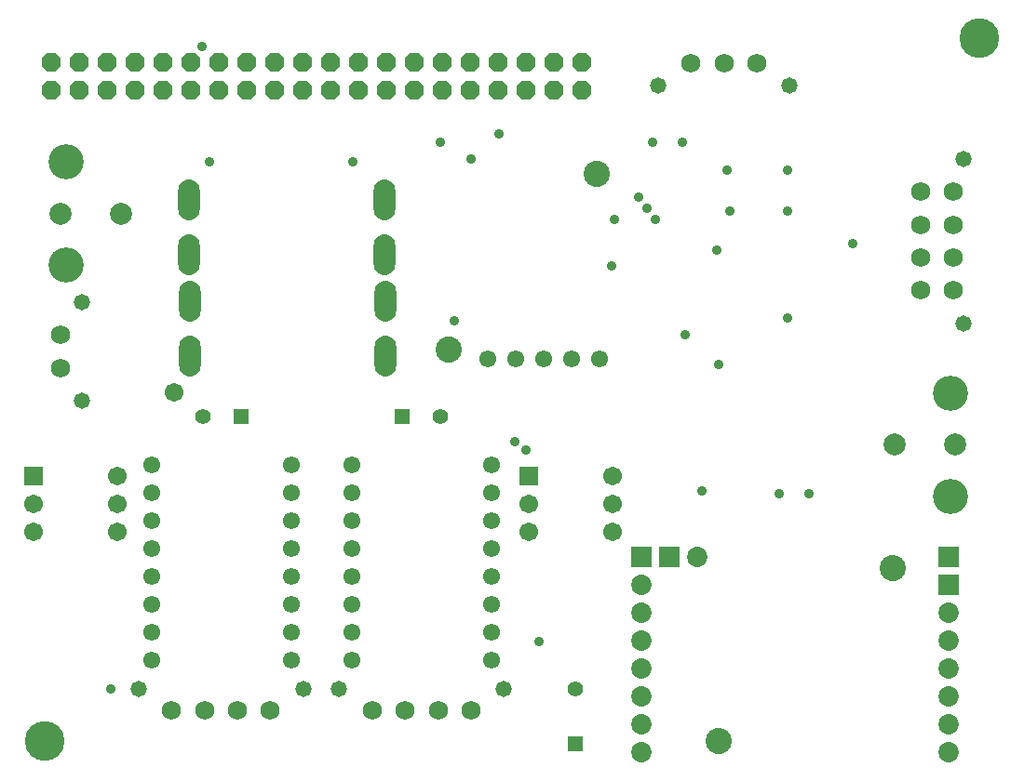
<source format=gbs>
G04 Layer_Color=16711935*
%FSLAX44Y44*%
%MOMM*%
G71*
G01*
G75*
%ADD63R,1.7032X1.7032*%
%ADD69C,3.6032*%
%ADD70C,1.7272*%
%ADD71C,1.4732*%
%ADD72C,1.7032*%
%ADD73C,1.4032*%
%ADD74R,1.4032X1.4032*%
%ADD75P,1.8695X8X202.5*%
%ADD76R,1.4032X1.4032*%
%ADD77C,2.3872*%
%ADD78C,1.8542*%
%ADD79R,1.8542X1.8542*%
%ADD80C,1.5531*%
%ADD81C,2.3876*%
%ADD82C,3.2032*%
%ADD83C,2.0032*%
%ADD84O,1.9581X3.7130*%
%ADD85C,0.9032*%
D63*
X24800Y275992D02*
D03*
X474800D02*
D03*
D69*
X35000Y35000D02*
D03*
X885000Y675000D02*
D03*
D70*
X861290Y535000D02*
D03*
Y505000D02*
D03*
Y475000D02*
D03*
Y445000D02*
D03*
X831290D02*
D03*
Y475000D02*
D03*
Y505000D02*
D03*
Y535000D02*
D03*
X48750Y374635D02*
D03*
Y404635D02*
D03*
X652500Y651654D02*
D03*
X682501Y651955D02*
D03*
X622501D02*
D03*
X332500Y62500D02*
D03*
X362500D02*
D03*
X392500D02*
D03*
X422500D02*
D03*
X150000D02*
D03*
X180000D02*
D03*
X210000D02*
D03*
X240000D02*
D03*
D71*
X870690Y415000D02*
D03*
Y565000D02*
D03*
X68350Y344635D02*
D03*
Y434635D02*
D03*
X592501Y631955D02*
D03*
X712501D02*
D03*
X302500Y82500D02*
D03*
X452500D02*
D03*
X120000D02*
D03*
X270000D02*
D03*
D72*
X24800Y250592D02*
D03*
Y225192D02*
D03*
X101000Y275992D02*
D03*
Y250592D02*
D03*
Y225192D02*
D03*
X474800Y250592D02*
D03*
Y225192D02*
D03*
X551000Y275992D02*
D03*
Y250592D02*
D03*
Y225192D02*
D03*
X152551Y352449D02*
D03*
D73*
X395000Y330000D02*
D03*
X178500D02*
D03*
X517500Y82500D02*
D03*
D74*
X360000Y330000D02*
D03*
X213500D02*
D03*
D75*
X522900Y652500D02*
D03*
X497500D02*
D03*
X472100D02*
D03*
X446700D02*
D03*
X421300D02*
D03*
X395900D02*
D03*
X522900Y627100D02*
D03*
X497500D02*
D03*
X472100D02*
D03*
X446700D02*
D03*
X421300D02*
D03*
X395900D02*
D03*
X370500Y652500D02*
D03*
Y627100D02*
D03*
X345100Y652500D02*
D03*
X319700D02*
D03*
X294300D02*
D03*
X268900D02*
D03*
X243500D02*
D03*
X218100D02*
D03*
X345100Y627100D02*
D03*
X319700D02*
D03*
X294300D02*
D03*
X268900D02*
D03*
X243500D02*
D03*
X218100D02*
D03*
X192700Y652500D02*
D03*
Y627100D02*
D03*
X167300Y652500D02*
D03*
X141900D02*
D03*
X116500D02*
D03*
X91100D02*
D03*
X65700D02*
D03*
X40300D02*
D03*
X167300Y627100D02*
D03*
X141900D02*
D03*
X116500D02*
D03*
X91100D02*
D03*
X65700D02*
D03*
X40300D02*
D03*
D76*
X517500Y32500D02*
D03*
D77*
X806100Y192240D02*
D03*
X647350Y34760D02*
D03*
D78*
X856900Y24600D02*
D03*
Y50000D02*
D03*
Y75400D02*
D03*
Y100800D02*
D03*
Y126200D02*
D03*
Y151600D02*
D03*
X577500Y24600D02*
D03*
Y50000D02*
D03*
Y75400D02*
D03*
Y100800D02*
D03*
Y126200D02*
D03*
Y151600D02*
D03*
Y177000D02*
D03*
X628300Y202400D02*
D03*
D79*
X856900Y177000D02*
D03*
Y202400D02*
D03*
X577500D02*
D03*
X602900D02*
D03*
D80*
X131714Y286400D02*
D03*
Y261000D02*
D03*
Y235600D02*
D03*
Y210200D02*
D03*
Y184800D02*
D03*
Y159400D02*
D03*
Y134000D02*
D03*
Y108600D02*
D03*
X258714D02*
D03*
Y134000D02*
D03*
Y159400D02*
D03*
Y184800D02*
D03*
Y210200D02*
D03*
Y235600D02*
D03*
Y261000D02*
D03*
Y286400D02*
D03*
X314000D02*
D03*
Y261000D02*
D03*
Y235600D02*
D03*
Y210200D02*
D03*
Y184800D02*
D03*
Y159400D02*
D03*
Y134000D02*
D03*
Y108600D02*
D03*
X441000D02*
D03*
Y134000D02*
D03*
Y159400D02*
D03*
Y184800D02*
D03*
Y210200D02*
D03*
Y235600D02*
D03*
Y261000D02*
D03*
Y286400D02*
D03*
X539100Y382500D02*
D03*
X513700D02*
D03*
X488300D02*
D03*
X462900D02*
D03*
X437500D02*
D03*
D81*
X536560Y551410D02*
D03*
X401940Y391390D02*
D03*
D82*
X54100Y562000D02*
D03*
Y468000D02*
D03*
X858440Y257500D02*
D03*
Y351500D02*
D03*
D83*
X49500Y515000D02*
D03*
X104500D02*
D03*
X863040Y304500D02*
D03*
X808040D02*
D03*
D84*
X345000Y435000D02*
D03*
Y384998D02*
D03*
X167002Y435000D02*
D03*
Y384998D02*
D03*
X166004Y477500D02*
D03*
Y527503D02*
D03*
X344002Y477500D02*
D03*
Y527503D02*
D03*
D85*
X177500Y667500D02*
D03*
X632500Y262500D02*
D03*
X484592Y125000D02*
D03*
X655000Y555000D02*
D03*
X185000Y562500D02*
D03*
X315000D02*
D03*
X422500Y565000D02*
D03*
X447500Y587500D02*
D03*
X395000Y580000D02*
D03*
X617500Y405000D02*
D03*
X770000Y487500D02*
D03*
X710000Y420000D02*
D03*
Y517500D02*
D03*
X407500Y417500D02*
D03*
X702500Y260000D02*
D03*
X730000D02*
D03*
X472500Y300000D02*
D03*
X647500Y377500D02*
D03*
X710000Y555000D02*
D03*
X646000Y481500D02*
D03*
X657500Y517500D02*
D03*
X587500Y580000D02*
D03*
X615000D02*
D03*
X462500Y307500D02*
D03*
X575000Y530000D02*
D03*
X95000Y82500D02*
D03*
X582500Y520000D02*
D03*
X590000Y510000D02*
D03*
X550000Y467500D02*
D03*
X552500Y510000D02*
D03*
M02*

</source>
